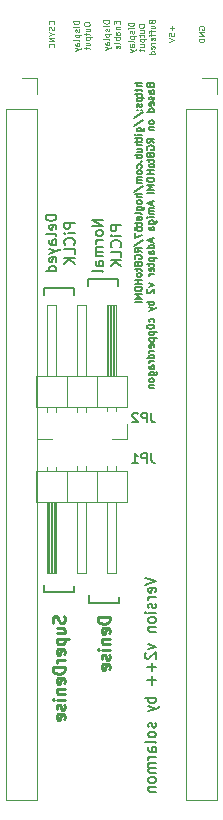
<source format=gbr>
G04 #@! TF.GenerationSoftware,KiCad,Pcbnew,(5.1.9)-1*
G04 #@! TF.CreationDate,2021-03-21T08:29:29+00:00*
G04 #@! TF.ProjectId,RGBtoHDMI Amiga Denise - v2++ by solarmon,52474274-6f48-4444-9d49-20416d696761,v2++*
G04 #@! TF.SameCoordinates,Original*
G04 #@! TF.FileFunction,Legend,Bot*
G04 #@! TF.FilePolarity,Positive*
%FSLAX46Y46*%
G04 Gerber Fmt 4.6, Leading zero omitted, Abs format (unit mm)*
G04 Created by KiCad (PCBNEW (5.1.9)-1) date 2021-03-21 08:29:29*
%MOMM*%
%LPD*%
G01*
G04 APERTURE LIST*
%ADD10C,0.125000*%
%ADD11C,0.150000*%
%ADD12C,0.200000*%
%ADD13C,0.187500*%
%ADD14C,0.250000*%
%ADD15C,0.120000*%
G04 APERTURE END LIST*
D10*
X134370000Y-55499047D02*
X134346190Y-55451428D01*
X134346190Y-55380000D01*
X134370000Y-55308571D01*
X134417619Y-55260952D01*
X134465238Y-55237142D01*
X134560476Y-55213333D01*
X134631904Y-55213333D01*
X134727142Y-55237142D01*
X134774761Y-55260952D01*
X134822380Y-55308571D01*
X134846190Y-55380000D01*
X134846190Y-55427619D01*
X134822380Y-55499047D01*
X134798571Y-55522857D01*
X134631904Y-55522857D01*
X134631904Y-55427619D01*
X134846190Y-55737142D02*
X134346190Y-55737142D01*
X134846190Y-56022857D01*
X134346190Y-56022857D01*
X134846190Y-56260952D02*
X134346190Y-56260952D01*
X134346190Y-56380000D01*
X134370000Y-56451428D01*
X134417619Y-56499047D01*
X134465238Y-56522857D01*
X134560476Y-56546666D01*
X134631904Y-56546666D01*
X134727142Y-56522857D01*
X134774761Y-56499047D01*
X134822380Y-56451428D01*
X134846190Y-56380000D01*
X134846190Y-56260952D01*
X132115714Y-55173642D02*
X132115714Y-55554595D01*
X132306190Y-55364119D02*
X131925238Y-55364119D01*
X131806190Y-56030785D02*
X131806190Y-55792690D01*
X132044285Y-55768880D01*
X132020476Y-55792690D01*
X131996666Y-55840309D01*
X131996666Y-55959357D01*
X132020476Y-56006976D01*
X132044285Y-56030785D01*
X132091904Y-56054595D01*
X132210952Y-56054595D01*
X132258571Y-56030785D01*
X132282380Y-56006976D01*
X132306190Y-55959357D01*
X132306190Y-55840309D01*
X132282380Y-55792690D01*
X132258571Y-55768880D01*
X131806190Y-56197452D02*
X132306190Y-56364119D01*
X131806190Y-56530785D01*
X128891190Y-54907809D02*
X128391190Y-54907809D01*
X128391190Y-55026857D01*
X128415000Y-55098285D01*
X128462619Y-55145904D01*
X128510238Y-55169714D01*
X128605476Y-55193523D01*
X128676904Y-55193523D01*
X128772142Y-55169714D01*
X128819761Y-55145904D01*
X128867380Y-55098285D01*
X128891190Y-55026857D01*
X128891190Y-54907809D01*
X128891190Y-55407809D02*
X128557857Y-55407809D01*
X128391190Y-55407809D02*
X128415000Y-55384000D01*
X128438809Y-55407809D01*
X128415000Y-55431619D01*
X128391190Y-55407809D01*
X128438809Y-55407809D01*
X128867380Y-55622095D02*
X128891190Y-55669714D01*
X128891190Y-55764952D01*
X128867380Y-55812571D01*
X128819761Y-55836380D01*
X128795952Y-55836380D01*
X128748333Y-55812571D01*
X128724523Y-55764952D01*
X128724523Y-55693523D01*
X128700714Y-55645904D01*
X128653095Y-55622095D01*
X128629285Y-55622095D01*
X128581666Y-55645904D01*
X128557857Y-55693523D01*
X128557857Y-55764952D01*
X128581666Y-55812571D01*
X128557857Y-56050666D02*
X129057857Y-56050666D01*
X128581666Y-56050666D02*
X128557857Y-56098285D01*
X128557857Y-56193523D01*
X128581666Y-56241142D01*
X128605476Y-56264952D01*
X128653095Y-56288761D01*
X128795952Y-56288761D01*
X128843571Y-56264952D01*
X128867380Y-56241142D01*
X128891190Y-56193523D01*
X128891190Y-56098285D01*
X128867380Y-56050666D01*
X128891190Y-56574476D02*
X128867380Y-56526857D01*
X128819761Y-56503047D01*
X128391190Y-56503047D01*
X128891190Y-56979238D02*
X128629285Y-56979238D01*
X128581666Y-56955428D01*
X128557857Y-56907809D01*
X128557857Y-56812571D01*
X128581666Y-56764952D01*
X128867380Y-56979238D02*
X128891190Y-56931619D01*
X128891190Y-56812571D01*
X128867380Y-56764952D01*
X128819761Y-56741142D01*
X128772142Y-56741142D01*
X128724523Y-56764952D01*
X128700714Y-56812571D01*
X128700714Y-56931619D01*
X128676904Y-56979238D01*
X128557857Y-57169714D02*
X128891190Y-57288761D01*
X128557857Y-57407809D02*
X128891190Y-57288761D01*
X129010238Y-57241142D01*
X129034047Y-57217333D01*
X129057857Y-57169714D01*
X129266190Y-55122095D02*
X129266190Y-55217333D01*
X129290000Y-55264952D01*
X129337619Y-55312571D01*
X129432857Y-55336380D01*
X129599523Y-55336380D01*
X129694761Y-55312571D01*
X129742380Y-55264952D01*
X129766190Y-55217333D01*
X129766190Y-55122095D01*
X129742380Y-55074476D01*
X129694761Y-55026857D01*
X129599523Y-55003047D01*
X129432857Y-55003047D01*
X129337619Y-55026857D01*
X129290000Y-55074476D01*
X129266190Y-55122095D01*
X129432857Y-55764952D02*
X129766190Y-55764952D01*
X129432857Y-55550666D02*
X129694761Y-55550666D01*
X129742380Y-55574476D01*
X129766190Y-55622095D01*
X129766190Y-55693523D01*
X129742380Y-55741142D01*
X129718571Y-55764952D01*
X129432857Y-55931619D02*
X129432857Y-56122095D01*
X129266190Y-56003047D02*
X129694761Y-56003047D01*
X129742380Y-56026857D01*
X129766190Y-56074476D01*
X129766190Y-56122095D01*
X129432857Y-56288761D02*
X129932857Y-56288761D01*
X129456666Y-56288761D02*
X129432857Y-56336380D01*
X129432857Y-56431619D01*
X129456666Y-56479238D01*
X129480476Y-56503047D01*
X129528095Y-56526857D01*
X129670952Y-56526857D01*
X129718571Y-56503047D01*
X129742380Y-56479238D01*
X129766190Y-56431619D01*
X129766190Y-56336380D01*
X129742380Y-56288761D01*
X129432857Y-56955428D02*
X129766190Y-56955428D01*
X129432857Y-56741142D02*
X129694761Y-56741142D01*
X129742380Y-56764952D01*
X129766190Y-56812571D01*
X129766190Y-56884000D01*
X129742380Y-56931619D01*
X129718571Y-56955428D01*
X129432857Y-57122095D02*
X129432857Y-57312571D01*
X129266190Y-57193523D02*
X129694761Y-57193523D01*
X129742380Y-57217333D01*
X129766190Y-57264952D01*
X129766190Y-57312571D01*
X130379285Y-54848285D02*
X130403095Y-54919714D01*
X130426904Y-54943523D01*
X130474523Y-54967333D01*
X130545952Y-54967333D01*
X130593571Y-54943523D01*
X130617380Y-54919714D01*
X130641190Y-54872095D01*
X130641190Y-54681619D01*
X130141190Y-54681619D01*
X130141190Y-54848285D01*
X130165000Y-54895904D01*
X130188809Y-54919714D01*
X130236428Y-54943523D01*
X130284047Y-54943523D01*
X130331666Y-54919714D01*
X130355476Y-54895904D01*
X130379285Y-54848285D01*
X130379285Y-54681619D01*
X130307857Y-55395904D02*
X130641190Y-55395904D01*
X130307857Y-55181619D02*
X130569761Y-55181619D01*
X130617380Y-55205428D01*
X130641190Y-55253047D01*
X130641190Y-55324476D01*
X130617380Y-55372095D01*
X130593571Y-55395904D01*
X130307857Y-55562571D02*
X130307857Y-55753047D01*
X130641190Y-55634000D02*
X130212619Y-55634000D01*
X130165000Y-55657809D01*
X130141190Y-55705428D01*
X130141190Y-55753047D01*
X130307857Y-55848285D02*
X130307857Y-56038761D01*
X130641190Y-55919714D02*
X130212619Y-55919714D01*
X130165000Y-55943523D01*
X130141190Y-55991142D01*
X130141190Y-56038761D01*
X130617380Y-56395904D02*
X130641190Y-56348285D01*
X130641190Y-56253047D01*
X130617380Y-56205428D01*
X130569761Y-56181619D01*
X130379285Y-56181619D01*
X130331666Y-56205428D01*
X130307857Y-56253047D01*
X130307857Y-56348285D01*
X130331666Y-56395904D01*
X130379285Y-56419714D01*
X130426904Y-56419714D01*
X130474523Y-56181619D01*
X130641190Y-56634000D02*
X130307857Y-56634000D01*
X130403095Y-56634000D02*
X130355476Y-56657809D01*
X130331666Y-56681619D01*
X130307857Y-56729238D01*
X130307857Y-56776857D01*
X130617380Y-57134000D02*
X130641190Y-57086380D01*
X130641190Y-56991142D01*
X130617380Y-56943523D01*
X130569761Y-56919714D01*
X130379285Y-56919714D01*
X130331666Y-56943523D01*
X130307857Y-56991142D01*
X130307857Y-57086380D01*
X130331666Y-57134000D01*
X130379285Y-57157809D01*
X130426904Y-57157809D01*
X130474523Y-56919714D01*
X130641190Y-57586380D02*
X130141190Y-57586380D01*
X130617380Y-57586380D02*
X130641190Y-57538761D01*
X130641190Y-57443523D01*
X130617380Y-57395904D01*
X130593571Y-57372095D01*
X130545952Y-57348285D01*
X130403095Y-57348285D01*
X130355476Y-57372095D01*
X130331666Y-57395904D01*
X130307857Y-57443523D01*
X130307857Y-57538761D01*
X130331666Y-57586380D01*
X126788690Y-54717309D02*
X126288690Y-54717309D01*
X126288690Y-54836357D01*
X126312500Y-54907785D01*
X126360119Y-54955404D01*
X126407738Y-54979214D01*
X126502976Y-55003023D01*
X126574404Y-55003023D01*
X126669642Y-54979214D01*
X126717261Y-54955404D01*
X126764880Y-54907785D01*
X126788690Y-54836357D01*
X126788690Y-54717309D01*
X126788690Y-55217309D02*
X126455357Y-55217309D01*
X126288690Y-55217309D02*
X126312500Y-55193500D01*
X126336309Y-55217309D01*
X126312500Y-55241119D01*
X126288690Y-55217309D01*
X126336309Y-55217309D01*
X126764880Y-55431595D02*
X126788690Y-55479214D01*
X126788690Y-55574452D01*
X126764880Y-55622071D01*
X126717261Y-55645880D01*
X126693452Y-55645880D01*
X126645833Y-55622071D01*
X126622023Y-55574452D01*
X126622023Y-55503023D01*
X126598214Y-55455404D01*
X126550595Y-55431595D01*
X126526785Y-55431595D01*
X126479166Y-55455404D01*
X126455357Y-55503023D01*
X126455357Y-55574452D01*
X126479166Y-55622071D01*
X126455357Y-55860166D02*
X126955357Y-55860166D01*
X126479166Y-55860166D02*
X126455357Y-55907785D01*
X126455357Y-56003023D01*
X126479166Y-56050642D01*
X126502976Y-56074452D01*
X126550595Y-56098261D01*
X126693452Y-56098261D01*
X126741071Y-56074452D01*
X126764880Y-56050642D01*
X126788690Y-56003023D01*
X126788690Y-55907785D01*
X126764880Y-55860166D01*
X126788690Y-56383976D02*
X126764880Y-56336357D01*
X126717261Y-56312547D01*
X126288690Y-56312547D01*
X126788690Y-56788738D02*
X126526785Y-56788738D01*
X126479166Y-56764928D01*
X126455357Y-56717309D01*
X126455357Y-56622071D01*
X126479166Y-56574452D01*
X126764880Y-56788738D02*
X126788690Y-56741119D01*
X126788690Y-56622071D01*
X126764880Y-56574452D01*
X126717261Y-56550642D01*
X126669642Y-56550642D01*
X126622023Y-56574452D01*
X126598214Y-56622071D01*
X126598214Y-56741119D01*
X126574404Y-56788738D01*
X126455357Y-56979214D02*
X126788690Y-57098261D01*
X126455357Y-57217309D02*
X126788690Y-57098261D01*
X126907738Y-57050642D01*
X126931547Y-57026833D01*
X126955357Y-56979214D01*
X127401785Y-54812547D02*
X127401785Y-54979214D01*
X127663690Y-55050642D02*
X127663690Y-54812547D01*
X127163690Y-54812547D01*
X127163690Y-55050642D01*
X127330357Y-55264928D02*
X127663690Y-55264928D01*
X127377976Y-55264928D02*
X127354166Y-55288738D01*
X127330357Y-55336357D01*
X127330357Y-55407785D01*
X127354166Y-55455404D01*
X127401785Y-55479214D01*
X127663690Y-55479214D01*
X127663690Y-55931595D02*
X127401785Y-55931595D01*
X127354166Y-55907785D01*
X127330357Y-55860166D01*
X127330357Y-55764928D01*
X127354166Y-55717309D01*
X127639880Y-55931595D02*
X127663690Y-55883976D01*
X127663690Y-55764928D01*
X127639880Y-55717309D01*
X127592261Y-55693500D01*
X127544642Y-55693500D01*
X127497023Y-55717309D01*
X127473214Y-55764928D01*
X127473214Y-55883976D01*
X127449404Y-55931595D01*
X127663690Y-56169690D02*
X127163690Y-56169690D01*
X127354166Y-56169690D02*
X127330357Y-56217309D01*
X127330357Y-56312547D01*
X127354166Y-56360166D01*
X127377976Y-56383976D01*
X127425595Y-56407785D01*
X127568452Y-56407785D01*
X127616071Y-56383976D01*
X127639880Y-56360166D01*
X127663690Y-56312547D01*
X127663690Y-56217309D01*
X127639880Y-56169690D01*
X127663690Y-56693500D02*
X127639880Y-56645880D01*
X127592261Y-56622071D01*
X127163690Y-56622071D01*
X127639880Y-57074452D02*
X127663690Y-57026833D01*
X127663690Y-56931595D01*
X127639880Y-56883976D01*
X127592261Y-56860166D01*
X127401785Y-56860166D01*
X127354166Y-56883976D01*
X127330357Y-56931595D01*
X127330357Y-57026833D01*
X127354166Y-57074452D01*
X127401785Y-57098261D01*
X127449404Y-57098261D01*
X127497023Y-56860166D01*
X124248690Y-54780809D02*
X123748690Y-54780809D01*
X123748690Y-54899857D01*
X123772500Y-54971285D01*
X123820119Y-55018904D01*
X123867738Y-55042714D01*
X123962976Y-55066523D01*
X124034404Y-55066523D01*
X124129642Y-55042714D01*
X124177261Y-55018904D01*
X124224880Y-54971285D01*
X124248690Y-54899857D01*
X124248690Y-54780809D01*
X124248690Y-55280809D02*
X123915357Y-55280809D01*
X123748690Y-55280809D02*
X123772500Y-55257000D01*
X123796309Y-55280809D01*
X123772500Y-55304619D01*
X123748690Y-55280809D01*
X123796309Y-55280809D01*
X124224880Y-55495095D02*
X124248690Y-55542714D01*
X124248690Y-55637952D01*
X124224880Y-55685571D01*
X124177261Y-55709380D01*
X124153452Y-55709380D01*
X124105833Y-55685571D01*
X124082023Y-55637952D01*
X124082023Y-55566523D01*
X124058214Y-55518904D01*
X124010595Y-55495095D01*
X123986785Y-55495095D01*
X123939166Y-55518904D01*
X123915357Y-55566523D01*
X123915357Y-55637952D01*
X123939166Y-55685571D01*
X123915357Y-55923666D02*
X124415357Y-55923666D01*
X123939166Y-55923666D02*
X123915357Y-55971285D01*
X123915357Y-56066523D01*
X123939166Y-56114142D01*
X123962976Y-56137952D01*
X124010595Y-56161761D01*
X124153452Y-56161761D01*
X124201071Y-56137952D01*
X124224880Y-56114142D01*
X124248690Y-56066523D01*
X124248690Y-55971285D01*
X124224880Y-55923666D01*
X124248690Y-56447476D02*
X124224880Y-56399857D01*
X124177261Y-56376047D01*
X123748690Y-56376047D01*
X124248690Y-56852238D02*
X123986785Y-56852238D01*
X123939166Y-56828428D01*
X123915357Y-56780809D01*
X123915357Y-56685571D01*
X123939166Y-56637952D01*
X124224880Y-56852238D02*
X124248690Y-56804619D01*
X124248690Y-56685571D01*
X124224880Y-56637952D01*
X124177261Y-56614142D01*
X124129642Y-56614142D01*
X124082023Y-56637952D01*
X124058214Y-56685571D01*
X124058214Y-56804619D01*
X124034404Y-56852238D01*
X123915357Y-57042714D02*
X124248690Y-57161761D01*
X123915357Y-57280809D02*
X124248690Y-57161761D01*
X124367738Y-57114142D01*
X124391547Y-57090333D01*
X124415357Y-57042714D01*
X124623690Y-54995095D02*
X124623690Y-55090333D01*
X124647500Y-55137952D01*
X124695119Y-55185571D01*
X124790357Y-55209380D01*
X124957023Y-55209380D01*
X125052261Y-55185571D01*
X125099880Y-55137952D01*
X125123690Y-55090333D01*
X125123690Y-54995095D01*
X125099880Y-54947476D01*
X125052261Y-54899857D01*
X124957023Y-54876047D01*
X124790357Y-54876047D01*
X124695119Y-54899857D01*
X124647500Y-54947476D01*
X124623690Y-54995095D01*
X124790357Y-55637952D02*
X125123690Y-55637952D01*
X124790357Y-55423666D02*
X125052261Y-55423666D01*
X125099880Y-55447476D01*
X125123690Y-55495095D01*
X125123690Y-55566523D01*
X125099880Y-55614142D01*
X125076071Y-55637952D01*
X124790357Y-55804619D02*
X124790357Y-55995095D01*
X124623690Y-55876047D02*
X125052261Y-55876047D01*
X125099880Y-55899857D01*
X125123690Y-55947476D01*
X125123690Y-55995095D01*
X124790357Y-56161761D02*
X125290357Y-56161761D01*
X124814166Y-56161761D02*
X124790357Y-56209380D01*
X124790357Y-56304619D01*
X124814166Y-56352238D01*
X124837976Y-56376047D01*
X124885595Y-56399857D01*
X125028452Y-56399857D01*
X125076071Y-56376047D01*
X125099880Y-56352238D01*
X125123690Y-56304619D01*
X125123690Y-56209380D01*
X125099880Y-56161761D01*
X124790357Y-56828428D02*
X125123690Y-56828428D01*
X124790357Y-56614142D02*
X125052261Y-56614142D01*
X125099880Y-56637952D01*
X125123690Y-56685571D01*
X125123690Y-56757000D01*
X125099880Y-56804619D01*
X125076071Y-56828428D01*
X124790357Y-56995095D02*
X124790357Y-57185571D01*
X124623690Y-57066523D02*
X125052261Y-57066523D01*
X125099880Y-57090333D01*
X125123690Y-57137952D01*
X125123690Y-57185571D01*
X122098571Y-55070476D02*
X122122380Y-55046666D01*
X122146190Y-54975238D01*
X122146190Y-54927619D01*
X122122380Y-54856190D01*
X122074761Y-54808571D01*
X122027142Y-54784761D01*
X121931904Y-54760952D01*
X121860476Y-54760952D01*
X121765238Y-54784761D01*
X121717619Y-54808571D01*
X121670000Y-54856190D01*
X121646190Y-54927619D01*
X121646190Y-54975238D01*
X121670000Y-55046666D01*
X121693809Y-55070476D01*
X122122380Y-55260952D02*
X122146190Y-55332380D01*
X122146190Y-55451428D01*
X122122380Y-55499047D01*
X122098571Y-55522857D01*
X122050952Y-55546666D01*
X122003333Y-55546666D01*
X121955714Y-55522857D01*
X121931904Y-55499047D01*
X121908095Y-55451428D01*
X121884285Y-55356190D01*
X121860476Y-55308571D01*
X121836666Y-55284761D01*
X121789047Y-55260952D01*
X121741428Y-55260952D01*
X121693809Y-55284761D01*
X121670000Y-55308571D01*
X121646190Y-55356190D01*
X121646190Y-55475238D01*
X121670000Y-55546666D01*
X121908095Y-55856190D02*
X122146190Y-55856190D01*
X121646190Y-55689523D02*
X121908095Y-55856190D01*
X121646190Y-56022857D01*
X122146190Y-56189523D02*
X121646190Y-56189523D01*
X122146190Y-56475238D01*
X121646190Y-56475238D01*
X122098571Y-56999047D02*
X122122380Y-56975238D01*
X122146190Y-56903809D01*
X122146190Y-56856190D01*
X122122380Y-56784761D01*
X122074761Y-56737142D01*
X122027142Y-56713333D01*
X121931904Y-56689523D01*
X121860476Y-56689523D01*
X121765238Y-56713333D01*
X121717619Y-56737142D01*
X121670000Y-56784761D01*
X121646190Y-56856190D01*
X121646190Y-56903809D01*
X121670000Y-56975238D01*
X121693809Y-56999047D01*
D11*
X129809142Y-101910214D02*
X130709142Y-102210214D01*
X129809142Y-102510214D01*
X130666285Y-103153071D02*
X130709142Y-103067357D01*
X130709142Y-102895928D01*
X130666285Y-102810214D01*
X130580571Y-102767357D01*
X130237714Y-102767357D01*
X130152000Y-102810214D01*
X130109142Y-102895928D01*
X130109142Y-103067357D01*
X130152000Y-103153071D01*
X130237714Y-103195928D01*
X130323428Y-103195928D01*
X130409142Y-102767357D01*
X130709142Y-103581642D02*
X130109142Y-103581642D01*
X130280571Y-103581642D02*
X130194857Y-103624500D01*
X130152000Y-103667357D01*
X130109142Y-103753071D01*
X130109142Y-103838785D01*
X130666285Y-104095928D02*
X130709142Y-104181642D01*
X130709142Y-104353071D01*
X130666285Y-104438785D01*
X130580571Y-104481642D01*
X130537714Y-104481642D01*
X130452000Y-104438785D01*
X130409142Y-104353071D01*
X130409142Y-104224500D01*
X130366285Y-104138785D01*
X130280571Y-104095928D01*
X130237714Y-104095928D01*
X130152000Y-104138785D01*
X130109142Y-104224500D01*
X130109142Y-104353071D01*
X130152000Y-104438785D01*
X130709142Y-104867357D02*
X130109142Y-104867357D01*
X129809142Y-104867357D02*
X129852000Y-104824500D01*
X129894857Y-104867357D01*
X129852000Y-104910214D01*
X129809142Y-104867357D01*
X129894857Y-104867357D01*
X130709142Y-105424500D02*
X130666285Y-105338785D01*
X130623428Y-105295928D01*
X130537714Y-105253071D01*
X130280571Y-105253071D01*
X130194857Y-105295928D01*
X130152000Y-105338785D01*
X130109142Y-105424500D01*
X130109142Y-105553071D01*
X130152000Y-105638785D01*
X130194857Y-105681642D01*
X130280571Y-105724500D01*
X130537714Y-105724500D01*
X130623428Y-105681642D01*
X130666285Y-105638785D01*
X130709142Y-105553071D01*
X130709142Y-105424500D01*
X130109142Y-106110214D02*
X130709142Y-106110214D01*
X130194857Y-106110214D02*
X130152000Y-106153071D01*
X130109142Y-106238785D01*
X130109142Y-106367357D01*
X130152000Y-106453071D01*
X130237714Y-106495928D01*
X130709142Y-106495928D01*
X130109142Y-107524500D02*
X130709142Y-107738785D01*
X130109142Y-107953071D01*
X129894857Y-108253071D02*
X129852000Y-108295928D01*
X129809142Y-108381642D01*
X129809142Y-108595928D01*
X129852000Y-108681642D01*
X129894857Y-108724500D01*
X129980571Y-108767357D01*
X130066285Y-108767357D01*
X130194857Y-108724500D01*
X130709142Y-108210214D01*
X130709142Y-108767357D01*
X130366285Y-109153071D02*
X130366285Y-109838785D01*
X130709142Y-109495928D02*
X130023428Y-109495928D01*
X130366285Y-110267357D02*
X130366285Y-110953071D01*
X130709142Y-110610214D02*
X130023428Y-110610214D01*
X130709142Y-112067357D02*
X129809142Y-112067357D01*
X130152000Y-112067357D02*
X130109142Y-112153071D01*
X130109142Y-112324500D01*
X130152000Y-112410214D01*
X130194857Y-112453071D01*
X130280571Y-112495928D01*
X130537714Y-112495928D01*
X130623428Y-112453071D01*
X130666285Y-112410214D01*
X130709142Y-112324500D01*
X130709142Y-112153071D01*
X130666285Y-112067357D01*
X130109142Y-112795928D02*
X130709142Y-113010214D01*
X130109142Y-113224500D02*
X130709142Y-113010214D01*
X130923428Y-112924500D01*
X130966285Y-112881642D01*
X131009142Y-112795928D01*
X130666285Y-114210214D02*
X130709142Y-114295928D01*
X130709142Y-114467357D01*
X130666285Y-114553071D01*
X130580571Y-114595928D01*
X130537714Y-114595928D01*
X130452000Y-114553071D01*
X130409142Y-114467357D01*
X130409142Y-114338785D01*
X130366285Y-114253071D01*
X130280571Y-114210214D01*
X130237714Y-114210214D01*
X130152000Y-114253071D01*
X130109142Y-114338785D01*
X130109142Y-114467357D01*
X130152000Y-114553071D01*
X130709142Y-115110214D02*
X130666285Y-115024500D01*
X130623428Y-114981642D01*
X130537714Y-114938785D01*
X130280571Y-114938785D01*
X130194857Y-114981642D01*
X130152000Y-115024500D01*
X130109142Y-115110214D01*
X130109142Y-115238785D01*
X130152000Y-115324500D01*
X130194857Y-115367357D01*
X130280571Y-115410214D01*
X130537714Y-115410214D01*
X130623428Y-115367357D01*
X130666285Y-115324500D01*
X130709142Y-115238785D01*
X130709142Y-115110214D01*
X130709142Y-115924500D02*
X130666285Y-115838785D01*
X130580571Y-115795928D01*
X129809142Y-115795928D01*
X130709142Y-116653071D02*
X130237714Y-116653071D01*
X130152000Y-116610214D01*
X130109142Y-116524500D01*
X130109142Y-116353071D01*
X130152000Y-116267357D01*
X130666285Y-116653071D02*
X130709142Y-116567357D01*
X130709142Y-116353071D01*
X130666285Y-116267357D01*
X130580571Y-116224500D01*
X130494857Y-116224500D01*
X130409142Y-116267357D01*
X130366285Y-116353071D01*
X130366285Y-116567357D01*
X130323428Y-116653071D01*
X130709142Y-117081642D02*
X130109142Y-117081642D01*
X130280571Y-117081642D02*
X130194857Y-117124500D01*
X130152000Y-117167357D01*
X130109142Y-117253071D01*
X130109142Y-117338785D01*
X130709142Y-117638785D02*
X130109142Y-117638785D01*
X130194857Y-117638785D02*
X130152000Y-117681642D01*
X130109142Y-117767357D01*
X130109142Y-117895928D01*
X130152000Y-117981642D01*
X130237714Y-118024500D01*
X130709142Y-118024500D01*
X130237714Y-118024500D02*
X130152000Y-118067357D01*
X130109142Y-118153071D01*
X130109142Y-118281642D01*
X130152000Y-118367357D01*
X130237714Y-118410214D01*
X130709142Y-118410214D01*
X130709142Y-118967357D02*
X130666285Y-118881642D01*
X130623428Y-118838785D01*
X130537714Y-118795928D01*
X130280571Y-118795928D01*
X130194857Y-118838785D01*
X130152000Y-118881642D01*
X130109142Y-118967357D01*
X130109142Y-119095928D01*
X130152000Y-119181642D01*
X130194857Y-119224500D01*
X130280571Y-119267357D01*
X130537714Y-119267357D01*
X130623428Y-119224500D01*
X130666285Y-119181642D01*
X130709142Y-119095928D01*
X130709142Y-118967357D01*
X130109142Y-119653071D02*
X130709142Y-119653071D01*
X130194857Y-119653071D02*
X130152000Y-119695928D01*
X130109142Y-119781642D01*
X130109142Y-119910214D01*
X130152000Y-119995928D01*
X130237714Y-120038785D01*
X130709142Y-120038785D01*
D12*
X127508000Y-77216000D02*
X127508000Y-76581000D01*
X124968000Y-77216000D02*
X124968000Y-76581000D01*
X123825000Y-77978000D02*
X123825000Y-77343000D01*
X121285000Y-77978000D02*
X121285000Y-77343000D01*
X124968000Y-76581000D02*
X127508000Y-76581000D01*
X121285000Y-77343000D02*
X123825000Y-77343000D01*
D13*
X122320392Y-71172715D02*
X121420392Y-71172715D01*
X121420392Y-71387000D01*
X121463250Y-71515572D01*
X121548964Y-71601286D01*
X121634678Y-71644143D01*
X121806107Y-71687000D01*
X121934678Y-71687000D01*
X122106107Y-71644143D01*
X122191821Y-71601286D01*
X122277535Y-71515572D01*
X122320392Y-71387000D01*
X122320392Y-71172715D01*
X122277535Y-72415572D02*
X122320392Y-72329857D01*
X122320392Y-72158429D01*
X122277535Y-72072715D01*
X122191821Y-72029857D01*
X121848964Y-72029857D01*
X121763250Y-72072715D01*
X121720392Y-72158429D01*
X121720392Y-72329857D01*
X121763250Y-72415572D01*
X121848964Y-72458429D01*
X121934678Y-72458429D01*
X122020392Y-72029857D01*
X122320392Y-72972715D02*
X122277535Y-72887000D01*
X122191821Y-72844143D01*
X121420392Y-72844143D01*
X122320392Y-73701286D02*
X121848964Y-73701286D01*
X121763250Y-73658429D01*
X121720392Y-73572715D01*
X121720392Y-73401286D01*
X121763250Y-73315572D01*
X122277535Y-73701286D02*
X122320392Y-73615572D01*
X122320392Y-73401286D01*
X122277535Y-73315572D01*
X122191821Y-73272715D01*
X122106107Y-73272715D01*
X122020392Y-73315572D01*
X121977535Y-73401286D01*
X121977535Y-73615572D01*
X121934678Y-73701286D01*
X121720392Y-74044143D02*
X122320392Y-74258429D01*
X121720392Y-74472715D02*
X122320392Y-74258429D01*
X122534678Y-74172715D01*
X122577535Y-74129857D01*
X122620392Y-74044143D01*
X122277535Y-75158429D02*
X122320392Y-75072715D01*
X122320392Y-74901286D01*
X122277535Y-74815572D01*
X122191821Y-74772715D01*
X121848964Y-74772715D01*
X121763250Y-74815572D01*
X121720392Y-74901286D01*
X121720392Y-75072715D01*
X121763250Y-75158429D01*
X121848964Y-75201286D01*
X121934678Y-75201286D01*
X122020392Y-74772715D01*
X122320392Y-75972715D02*
X121420392Y-75972715D01*
X122277535Y-75972715D02*
X122320392Y-75887000D01*
X122320392Y-75715572D01*
X122277535Y-75629857D01*
X122234678Y-75587000D01*
X122148964Y-75544143D01*
X121891821Y-75544143D01*
X121806107Y-75587000D01*
X121763250Y-75629857D01*
X121720392Y-75715572D01*
X121720392Y-75887000D01*
X121763250Y-75972715D01*
X123857892Y-71858429D02*
X122957892Y-71858429D01*
X122957892Y-72201286D01*
X123000750Y-72287000D01*
X123043607Y-72329857D01*
X123129321Y-72372715D01*
X123257892Y-72372715D01*
X123343607Y-72329857D01*
X123386464Y-72287000D01*
X123429321Y-72201286D01*
X123429321Y-71858429D01*
X123857892Y-72758429D02*
X123257892Y-72758429D01*
X122957892Y-72758429D02*
X123000750Y-72715572D01*
X123043607Y-72758429D01*
X123000750Y-72801286D01*
X122957892Y-72758429D01*
X123043607Y-72758429D01*
X123772178Y-73701286D02*
X123815035Y-73658429D01*
X123857892Y-73529857D01*
X123857892Y-73444143D01*
X123815035Y-73315572D01*
X123729321Y-73229857D01*
X123643607Y-73187000D01*
X123472178Y-73144143D01*
X123343607Y-73144143D01*
X123172178Y-73187000D01*
X123086464Y-73229857D01*
X123000750Y-73315572D01*
X122957892Y-73444143D01*
X122957892Y-73529857D01*
X123000750Y-73658429D01*
X123043607Y-73701286D01*
X123857892Y-74515572D02*
X123857892Y-74087000D01*
X122957892Y-74087000D01*
X123857892Y-74815572D02*
X122957892Y-74815572D01*
X123857892Y-75329857D02*
X123343607Y-74944143D01*
X122957892Y-75329857D02*
X123472178Y-74815572D01*
X126257392Y-71601285D02*
X125357392Y-71601285D01*
X126257392Y-72115571D01*
X125357392Y-72115571D01*
X126257392Y-72672714D02*
X126214535Y-72587000D01*
X126171678Y-72544142D01*
X126085964Y-72501285D01*
X125828821Y-72501285D01*
X125743107Y-72544142D01*
X125700250Y-72587000D01*
X125657392Y-72672714D01*
X125657392Y-72801285D01*
X125700250Y-72887000D01*
X125743107Y-72929857D01*
X125828821Y-72972714D01*
X126085964Y-72972714D01*
X126171678Y-72929857D01*
X126214535Y-72887000D01*
X126257392Y-72801285D01*
X126257392Y-72672714D01*
X126257392Y-73358428D02*
X125657392Y-73358428D01*
X125828821Y-73358428D02*
X125743107Y-73401285D01*
X125700250Y-73444142D01*
X125657392Y-73529857D01*
X125657392Y-73615571D01*
X126257392Y-73915571D02*
X125657392Y-73915571D01*
X125743107Y-73915571D02*
X125700250Y-73958428D01*
X125657392Y-74044142D01*
X125657392Y-74172714D01*
X125700250Y-74258428D01*
X125785964Y-74301285D01*
X126257392Y-74301285D01*
X125785964Y-74301285D02*
X125700250Y-74344142D01*
X125657392Y-74429857D01*
X125657392Y-74558428D01*
X125700250Y-74644142D01*
X125785964Y-74687000D01*
X126257392Y-74687000D01*
X126257392Y-75501285D02*
X125785964Y-75501285D01*
X125700250Y-75458428D01*
X125657392Y-75372714D01*
X125657392Y-75201285D01*
X125700250Y-75115571D01*
X126214535Y-75501285D02*
X126257392Y-75415571D01*
X126257392Y-75201285D01*
X126214535Y-75115571D01*
X126128821Y-75072714D01*
X126043107Y-75072714D01*
X125957392Y-75115571D01*
X125914535Y-75201285D01*
X125914535Y-75415571D01*
X125871678Y-75501285D01*
X126257392Y-76058428D02*
X126214535Y-75972714D01*
X126128821Y-75929857D01*
X125357392Y-75929857D01*
X127794892Y-72072714D02*
X126894892Y-72072714D01*
X126894892Y-72415571D01*
X126937750Y-72501285D01*
X126980607Y-72544142D01*
X127066321Y-72587000D01*
X127194892Y-72587000D01*
X127280607Y-72544142D01*
X127323464Y-72501285D01*
X127366321Y-72415571D01*
X127366321Y-72072714D01*
X127794892Y-72972714D02*
X127194892Y-72972714D01*
X126894892Y-72972714D02*
X126937750Y-72929857D01*
X126980607Y-72972714D01*
X126937750Y-73015571D01*
X126894892Y-72972714D01*
X126980607Y-72972714D01*
X127709178Y-73915571D02*
X127752035Y-73872714D01*
X127794892Y-73744142D01*
X127794892Y-73658428D01*
X127752035Y-73529857D01*
X127666321Y-73444142D01*
X127580607Y-73401285D01*
X127409178Y-73358428D01*
X127280607Y-73358428D01*
X127109178Y-73401285D01*
X127023464Y-73444142D01*
X126937750Y-73529857D01*
X126894892Y-73658428D01*
X126894892Y-73744142D01*
X126937750Y-73872714D01*
X126980607Y-73915571D01*
X127794892Y-74729857D02*
X127794892Y-74301285D01*
X126894892Y-74301285D01*
X127794892Y-75029857D02*
X126894892Y-75029857D01*
X127794892Y-75544142D02*
X127280607Y-75158428D01*
X126894892Y-75544142D02*
X127409178Y-75029857D01*
D12*
X121285000Y-103124000D02*
X123825000Y-103124000D01*
X123825000Y-102616000D02*
X123825000Y-103124000D01*
X121285000Y-103124000D02*
X121285000Y-102489000D01*
X127635000Y-103505000D02*
X127635000Y-104013000D01*
X125095000Y-104013000D02*
X127635000Y-104013000D01*
X125095000Y-104013000D02*
X125095000Y-103378000D01*
D14*
X122959761Y-105180095D02*
X123007380Y-105322952D01*
X123007380Y-105561048D01*
X122959761Y-105656286D01*
X122912142Y-105703905D01*
X122816904Y-105751524D01*
X122721666Y-105751524D01*
X122626428Y-105703905D01*
X122578809Y-105656286D01*
X122531190Y-105561048D01*
X122483571Y-105370571D01*
X122435952Y-105275333D01*
X122388333Y-105227714D01*
X122293095Y-105180095D01*
X122197857Y-105180095D01*
X122102619Y-105227714D01*
X122055000Y-105275333D01*
X122007380Y-105370571D01*
X122007380Y-105608667D01*
X122055000Y-105751524D01*
X122340714Y-106608667D02*
X123007380Y-106608667D01*
X122340714Y-106180095D02*
X122864523Y-106180095D01*
X122959761Y-106227714D01*
X123007380Y-106322952D01*
X123007380Y-106465809D01*
X122959761Y-106561048D01*
X122912142Y-106608667D01*
X122340714Y-107084857D02*
X123340714Y-107084857D01*
X122388333Y-107084857D02*
X122340714Y-107180095D01*
X122340714Y-107370571D01*
X122388333Y-107465809D01*
X122435952Y-107513428D01*
X122531190Y-107561048D01*
X122816904Y-107561048D01*
X122912142Y-107513428D01*
X122959761Y-107465809D01*
X123007380Y-107370571D01*
X123007380Y-107180095D01*
X122959761Y-107084857D01*
X122959761Y-108370571D02*
X123007380Y-108275333D01*
X123007380Y-108084857D01*
X122959761Y-107989619D01*
X122864523Y-107942000D01*
X122483571Y-107942000D01*
X122388333Y-107989619D01*
X122340714Y-108084857D01*
X122340714Y-108275333D01*
X122388333Y-108370571D01*
X122483571Y-108418190D01*
X122578809Y-108418190D01*
X122674047Y-107942000D01*
X123007380Y-108846762D02*
X122340714Y-108846762D01*
X122531190Y-108846762D02*
X122435952Y-108894381D01*
X122388333Y-108942000D01*
X122340714Y-109037238D01*
X122340714Y-109132476D01*
X123007380Y-109465809D02*
X122007380Y-109465809D01*
X122007380Y-109703905D01*
X122055000Y-109846762D01*
X122150238Y-109942000D01*
X122245476Y-109989619D01*
X122435952Y-110037238D01*
X122578809Y-110037238D01*
X122769285Y-109989619D01*
X122864523Y-109942000D01*
X122959761Y-109846762D01*
X123007380Y-109703905D01*
X123007380Y-109465809D01*
X122959761Y-110846762D02*
X123007380Y-110751524D01*
X123007380Y-110561048D01*
X122959761Y-110465809D01*
X122864523Y-110418190D01*
X122483571Y-110418190D01*
X122388333Y-110465809D01*
X122340714Y-110561048D01*
X122340714Y-110751524D01*
X122388333Y-110846762D01*
X122483571Y-110894381D01*
X122578809Y-110894381D01*
X122674047Y-110418190D01*
X122340714Y-111322952D02*
X123007380Y-111322952D01*
X122435952Y-111322952D02*
X122388333Y-111370571D01*
X122340714Y-111465809D01*
X122340714Y-111608667D01*
X122388333Y-111703905D01*
X122483571Y-111751524D01*
X123007380Y-111751524D01*
X123007380Y-112227714D02*
X122340714Y-112227714D01*
X122007380Y-112227714D02*
X122055000Y-112180095D01*
X122102619Y-112227714D01*
X122055000Y-112275333D01*
X122007380Y-112227714D01*
X122102619Y-112227714D01*
X122959761Y-112656286D02*
X123007380Y-112751524D01*
X123007380Y-112942000D01*
X122959761Y-113037238D01*
X122864523Y-113084857D01*
X122816904Y-113084857D01*
X122721666Y-113037238D01*
X122674047Y-112942000D01*
X122674047Y-112799143D01*
X122626428Y-112703905D01*
X122531190Y-112656286D01*
X122483571Y-112656286D01*
X122388333Y-112703905D01*
X122340714Y-112799143D01*
X122340714Y-112942000D01*
X122388333Y-113037238D01*
X122959761Y-113894381D02*
X123007380Y-113799143D01*
X123007380Y-113608667D01*
X122959761Y-113513428D01*
X122864523Y-113465809D01*
X122483571Y-113465809D01*
X122388333Y-113513428D01*
X122340714Y-113608667D01*
X122340714Y-113799143D01*
X122388333Y-113894381D01*
X122483571Y-113942000D01*
X122578809Y-113942000D01*
X122674047Y-113465809D01*
X126817380Y-105227714D02*
X125817380Y-105227714D01*
X125817380Y-105465809D01*
X125865000Y-105608666D01*
X125960238Y-105703904D01*
X126055476Y-105751523D01*
X126245952Y-105799142D01*
X126388809Y-105799142D01*
X126579285Y-105751523D01*
X126674523Y-105703904D01*
X126769761Y-105608666D01*
X126817380Y-105465809D01*
X126817380Y-105227714D01*
X126769761Y-106608666D02*
X126817380Y-106513428D01*
X126817380Y-106322952D01*
X126769761Y-106227714D01*
X126674523Y-106180095D01*
X126293571Y-106180095D01*
X126198333Y-106227714D01*
X126150714Y-106322952D01*
X126150714Y-106513428D01*
X126198333Y-106608666D01*
X126293571Y-106656285D01*
X126388809Y-106656285D01*
X126484047Y-106180095D01*
X126150714Y-107084857D02*
X126817380Y-107084857D01*
X126245952Y-107084857D02*
X126198333Y-107132476D01*
X126150714Y-107227714D01*
X126150714Y-107370571D01*
X126198333Y-107465809D01*
X126293571Y-107513428D01*
X126817380Y-107513428D01*
X126817380Y-107989619D02*
X126150714Y-107989619D01*
X125817380Y-107989619D02*
X125865000Y-107942000D01*
X125912619Y-107989619D01*
X125865000Y-108037238D01*
X125817380Y-107989619D01*
X125912619Y-107989619D01*
X126769761Y-108418190D02*
X126817380Y-108513428D01*
X126817380Y-108703904D01*
X126769761Y-108799142D01*
X126674523Y-108846761D01*
X126626904Y-108846761D01*
X126531666Y-108799142D01*
X126484047Y-108703904D01*
X126484047Y-108561047D01*
X126436428Y-108465809D01*
X126341190Y-108418190D01*
X126293571Y-108418190D01*
X126198333Y-108465809D01*
X126150714Y-108561047D01*
X126150714Y-108703904D01*
X126198333Y-108799142D01*
X126769761Y-109656285D02*
X126817380Y-109561047D01*
X126817380Y-109370571D01*
X126769761Y-109275333D01*
X126674523Y-109227714D01*
X126293571Y-109227714D01*
X126198333Y-109275333D01*
X126150714Y-109370571D01*
X126150714Y-109561047D01*
X126198333Y-109656285D01*
X126293571Y-109703904D01*
X126388809Y-109703904D01*
X126484047Y-109227714D01*
D11*
X129540428Y-60057357D02*
X128940428Y-60057357D01*
X129540428Y-60314500D02*
X129226142Y-60314500D01*
X129169000Y-60285928D01*
X129140428Y-60228785D01*
X129140428Y-60143071D01*
X129169000Y-60085928D01*
X129197571Y-60057357D01*
X129140428Y-60514500D02*
X129140428Y-60743071D01*
X128940428Y-60600214D02*
X129454714Y-60600214D01*
X129511857Y-60628785D01*
X129540428Y-60685928D01*
X129540428Y-60743071D01*
X129140428Y-60857357D02*
X129140428Y-61085928D01*
X128940428Y-60943071D02*
X129454714Y-60943071D01*
X129511857Y-60971642D01*
X129540428Y-61028785D01*
X129540428Y-61085928D01*
X129140428Y-61285928D02*
X129740428Y-61285928D01*
X129169000Y-61285928D02*
X129140428Y-61343071D01*
X129140428Y-61457357D01*
X129169000Y-61514500D01*
X129197571Y-61543071D01*
X129254714Y-61571642D01*
X129426142Y-61571642D01*
X129483285Y-61543071D01*
X129511857Y-61514500D01*
X129540428Y-61457357D01*
X129540428Y-61343071D01*
X129511857Y-61285928D01*
X129511857Y-61800214D02*
X129540428Y-61857357D01*
X129540428Y-61971642D01*
X129511857Y-62028785D01*
X129454714Y-62057357D01*
X129426142Y-62057357D01*
X129369000Y-62028785D01*
X129340428Y-61971642D01*
X129340428Y-61885928D01*
X129311857Y-61828785D01*
X129254714Y-61800214D01*
X129226142Y-61800214D01*
X129169000Y-61828785D01*
X129140428Y-61885928D01*
X129140428Y-61971642D01*
X129169000Y-62028785D01*
X129483285Y-62314500D02*
X129511857Y-62343071D01*
X129540428Y-62314500D01*
X129511857Y-62285928D01*
X129483285Y-62314500D01*
X129540428Y-62314500D01*
X129169000Y-62314500D02*
X129197571Y-62343071D01*
X129226142Y-62314500D01*
X129197571Y-62285928D01*
X129169000Y-62314500D01*
X129226142Y-62314500D01*
X128911857Y-63028785D02*
X129683285Y-62514500D01*
X128911857Y-63657357D02*
X129683285Y-63143071D01*
X129140428Y-64114500D02*
X129626142Y-64114500D01*
X129683285Y-64085928D01*
X129711857Y-64057357D01*
X129740428Y-64000214D01*
X129740428Y-63914500D01*
X129711857Y-63857357D01*
X129511857Y-64114500D02*
X129540428Y-64057357D01*
X129540428Y-63943071D01*
X129511857Y-63885928D01*
X129483285Y-63857357D01*
X129426142Y-63828785D01*
X129254714Y-63828785D01*
X129197571Y-63857357D01*
X129169000Y-63885928D01*
X129140428Y-63943071D01*
X129140428Y-64057357D01*
X129169000Y-64114500D01*
X129540428Y-64400214D02*
X129140428Y-64400214D01*
X128940428Y-64400214D02*
X128969000Y-64371642D01*
X128997571Y-64400214D01*
X128969000Y-64428785D01*
X128940428Y-64400214D01*
X128997571Y-64400214D01*
X129140428Y-64600214D02*
X129140428Y-64828785D01*
X128940428Y-64685928D02*
X129454714Y-64685928D01*
X129511857Y-64714500D01*
X129540428Y-64771642D01*
X129540428Y-64828785D01*
X129540428Y-65028785D02*
X128940428Y-65028785D01*
X129540428Y-65285928D02*
X129226142Y-65285928D01*
X129169000Y-65257357D01*
X129140428Y-65200214D01*
X129140428Y-65114500D01*
X129169000Y-65057357D01*
X129197571Y-65028785D01*
X129140428Y-65828785D02*
X129540428Y-65828785D01*
X129140428Y-65571642D02*
X129454714Y-65571642D01*
X129511857Y-65600214D01*
X129540428Y-65657357D01*
X129540428Y-65743071D01*
X129511857Y-65800214D01*
X129483285Y-65828785D01*
X129540428Y-66114500D02*
X128940428Y-66114500D01*
X129169000Y-66114500D02*
X129140428Y-66171642D01*
X129140428Y-66285928D01*
X129169000Y-66343071D01*
X129197571Y-66371642D01*
X129254714Y-66400214D01*
X129426142Y-66400214D01*
X129483285Y-66371642D01*
X129511857Y-66343071D01*
X129540428Y-66285928D01*
X129540428Y-66171642D01*
X129511857Y-66114500D01*
X129483285Y-66657357D02*
X129511857Y-66685928D01*
X129540428Y-66657357D01*
X129511857Y-66628785D01*
X129483285Y-66657357D01*
X129540428Y-66657357D01*
X129511857Y-67200214D02*
X129540428Y-67143071D01*
X129540428Y-67028785D01*
X129511857Y-66971642D01*
X129483285Y-66943071D01*
X129426142Y-66914500D01*
X129254714Y-66914500D01*
X129197571Y-66943071D01*
X129169000Y-66971642D01*
X129140428Y-67028785D01*
X129140428Y-67143071D01*
X129169000Y-67200214D01*
X129540428Y-67543071D02*
X129511857Y-67485928D01*
X129483285Y-67457357D01*
X129426142Y-67428785D01*
X129254714Y-67428785D01*
X129197571Y-67457357D01*
X129169000Y-67485928D01*
X129140428Y-67543071D01*
X129140428Y-67628785D01*
X129169000Y-67685928D01*
X129197571Y-67714500D01*
X129254714Y-67743071D01*
X129426142Y-67743071D01*
X129483285Y-67714500D01*
X129511857Y-67685928D01*
X129540428Y-67628785D01*
X129540428Y-67543071D01*
X129540428Y-68000214D02*
X129140428Y-68000214D01*
X129197571Y-68000214D02*
X129169000Y-68028785D01*
X129140428Y-68085928D01*
X129140428Y-68171642D01*
X129169000Y-68228785D01*
X129226142Y-68257357D01*
X129540428Y-68257357D01*
X129226142Y-68257357D02*
X129169000Y-68285928D01*
X129140428Y-68343071D01*
X129140428Y-68428785D01*
X129169000Y-68485928D01*
X129226142Y-68514500D01*
X129540428Y-68514500D01*
X128911857Y-69228785D02*
X129683285Y-68714500D01*
X129540428Y-69428785D02*
X128940428Y-69428785D01*
X129540428Y-69685928D02*
X129226142Y-69685928D01*
X129169000Y-69657357D01*
X129140428Y-69600214D01*
X129140428Y-69514500D01*
X129169000Y-69457357D01*
X129197571Y-69428785D01*
X129540428Y-70057357D02*
X129511857Y-70000214D01*
X129483285Y-69971642D01*
X129426142Y-69943071D01*
X129254714Y-69943071D01*
X129197571Y-69971642D01*
X129169000Y-70000214D01*
X129140428Y-70057357D01*
X129140428Y-70143071D01*
X129169000Y-70200214D01*
X129197571Y-70228785D01*
X129254714Y-70257357D01*
X129426142Y-70257357D01*
X129483285Y-70228785D01*
X129511857Y-70200214D01*
X129540428Y-70143071D01*
X129540428Y-70057357D01*
X129140428Y-70771642D02*
X129626142Y-70771642D01*
X129683285Y-70743071D01*
X129711857Y-70714500D01*
X129740428Y-70657357D01*
X129740428Y-70571642D01*
X129711857Y-70514500D01*
X129511857Y-70771642D02*
X129540428Y-70714500D01*
X129540428Y-70600214D01*
X129511857Y-70543071D01*
X129483285Y-70514500D01*
X129426142Y-70485928D01*
X129254714Y-70485928D01*
X129197571Y-70514500D01*
X129169000Y-70543071D01*
X129140428Y-70600214D01*
X129140428Y-70714500D01*
X129169000Y-70771642D01*
X129540428Y-71143071D02*
X129511857Y-71085928D01*
X129454714Y-71057357D01*
X128940428Y-71057357D01*
X129511857Y-71600214D02*
X129540428Y-71543071D01*
X129540428Y-71428785D01*
X129511857Y-71371642D01*
X129454714Y-71343071D01*
X129226142Y-71343071D01*
X129169000Y-71371642D01*
X129140428Y-71428785D01*
X129140428Y-71543071D01*
X129169000Y-71600214D01*
X129226142Y-71628785D01*
X129283285Y-71628785D01*
X129340428Y-71343071D01*
X129140428Y-71800214D02*
X129140428Y-72028785D01*
X128940428Y-71885928D02*
X129454714Y-71885928D01*
X129511857Y-71914500D01*
X129540428Y-71971642D01*
X129540428Y-72028785D01*
X128940428Y-72485928D02*
X128940428Y-72371642D01*
X128969000Y-72314500D01*
X128997571Y-72285928D01*
X129083285Y-72228785D01*
X129197571Y-72200214D01*
X129426142Y-72200214D01*
X129483285Y-72228785D01*
X129511857Y-72257357D01*
X129540428Y-72314500D01*
X129540428Y-72428785D01*
X129511857Y-72485928D01*
X129483285Y-72514500D01*
X129426142Y-72543071D01*
X129283285Y-72543071D01*
X129226142Y-72514500D01*
X129197571Y-72485928D01*
X129169000Y-72428785D01*
X129169000Y-72314500D01*
X129197571Y-72257357D01*
X129226142Y-72228785D01*
X129283285Y-72200214D01*
X128940428Y-72743071D02*
X128940428Y-73143071D01*
X129540428Y-72885928D01*
X128911857Y-73800214D02*
X129683285Y-73285928D01*
X129540428Y-74343071D02*
X129254714Y-74143071D01*
X129540428Y-74000214D02*
X128940428Y-74000214D01*
X128940428Y-74228785D01*
X128969000Y-74285928D01*
X128997571Y-74314500D01*
X129054714Y-74343071D01*
X129140428Y-74343071D01*
X129197571Y-74314500D01*
X129226142Y-74285928D01*
X129254714Y-74228785D01*
X129254714Y-74000214D01*
X128969000Y-74914500D02*
X128940428Y-74857357D01*
X128940428Y-74771642D01*
X128969000Y-74685928D01*
X129026142Y-74628785D01*
X129083285Y-74600214D01*
X129197571Y-74571642D01*
X129283285Y-74571642D01*
X129397571Y-74600214D01*
X129454714Y-74628785D01*
X129511857Y-74685928D01*
X129540428Y-74771642D01*
X129540428Y-74828785D01*
X129511857Y-74914500D01*
X129483285Y-74943071D01*
X129283285Y-74943071D01*
X129283285Y-74828785D01*
X129226142Y-75400214D02*
X129254714Y-75485928D01*
X129283285Y-75514500D01*
X129340428Y-75543071D01*
X129426142Y-75543071D01*
X129483285Y-75514500D01*
X129511857Y-75485928D01*
X129540428Y-75428785D01*
X129540428Y-75200214D01*
X128940428Y-75200214D01*
X128940428Y-75400214D01*
X128969000Y-75457357D01*
X128997571Y-75485928D01*
X129054714Y-75514500D01*
X129111857Y-75514500D01*
X129169000Y-75485928D01*
X129197571Y-75457357D01*
X129226142Y-75400214D01*
X129226142Y-75200214D01*
X129140428Y-75714500D02*
X129140428Y-75943071D01*
X128940428Y-75800214D02*
X129454714Y-75800214D01*
X129511857Y-75828785D01*
X129540428Y-75885928D01*
X129540428Y-75943071D01*
X129540428Y-76228785D02*
X129511857Y-76171642D01*
X129483285Y-76143071D01*
X129426142Y-76114500D01*
X129254714Y-76114500D01*
X129197571Y-76143071D01*
X129169000Y-76171642D01*
X129140428Y-76228785D01*
X129140428Y-76314500D01*
X129169000Y-76371642D01*
X129197571Y-76400214D01*
X129254714Y-76428785D01*
X129426142Y-76428785D01*
X129483285Y-76400214D01*
X129511857Y-76371642D01*
X129540428Y-76314500D01*
X129540428Y-76228785D01*
X129540428Y-76685928D02*
X128940428Y-76685928D01*
X129226142Y-76685928D02*
X129226142Y-77028785D01*
X129540428Y-77028785D02*
X128940428Y-77028785D01*
X129540428Y-77314500D02*
X128940428Y-77314500D01*
X128940428Y-77457357D01*
X128969000Y-77543071D01*
X129026142Y-77600214D01*
X129083285Y-77628785D01*
X129197571Y-77657357D01*
X129283285Y-77657357D01*
X129397571Y-77628785D01*
X129454714Y-77600214D01*
X129511857Y-77543071D01*
X129540428Y-77457357D01*
X129540428Y-77314500D01*
X129540428Y-77914500D02*
X128940428Y-77914500D01*
X129369000Y-78114500D01*
X128940428Y-78314500D01*
X129540428Y-78314500D01*
X129540428Y-78600214D02*
X128940428Y-78600214D01*
X130276142Y-60257357D02*
X130304714Y-60343071D01*
X130333285Y-60371642D01*
X130390428Y-60400214D01*
X130476142Y-60400214D01*
X130533285Y-60371642D01*
X130561857Y-60343071D01*
X130590428Y-60285928D01*
X130590428Y-60057357D01*
X129990428Y-60057357D01*
X129990428Y-60257357D01*
X130019000Y-60314500D01*
X130047571Y-60343071D01*
X130104714Y-60371642D01*
X130161857Y-60371642D01*
X130219000Y-60343071D01*
X130247571Y-60314500D01*
X130276142Y-60257357D01*
X130276142Y-60057357D01*
X130590428Y-60914500D02*
X130276142Y-60914500D01*
X130219000Y-60885928D01*
X130190428Y-60828785D01*
X130190428Y-60714500D01*
X130219000Y-60657357D01*
X130561857Y-60914500D02*
X130590428Y-60857357D01*
X130590428Y-60714500D01*
X130561857Y-60657357D01*
X130504714Y-60628785D01*
X130447571Y-60628785D01*
X130390428Y-60657357D01*
X130361857Y-60714500D01*
X130361857Y-60857357D01*
X130333285Y-60914500D01*
X130561857Y-61171642D02*
X130590428Y-61228785D01*
X130590428Y-61343071D01*
X130561857Y-61400214D01*
X130504714Y-61428785D01*
X130476142Y-61428785D01*
X130419000Y-61400214D01*
X130390428Y-61343071D01*
X130390428Y-61257357D01*
X130361857Y-61200214D01*
X130304714Y-61171642D01*
X130276142Y-61171642D01*
X130219000Y-61200214D01*
X130190428Y-61257357D01*
X130190428Y-61343071D01*
X130219000Y-61400214D01*
X130561857Y-61914500D02*
X130590428Y-61857357D01*
X130590428Y-61743071D01*
X130561857Y-61685928D01*
X130504714Y-61657357D01*
X130276142Y-61657357D01*
X130219000Y-61685928D01*
X130190428Y-61743071D01*
X130190428Y-61857357D01*
X130219000Y-61914500D01*
X130276142Y-61943071D01*
X130333285Y-61943071D01*
X130390428Y-61657357D01*
X130590428Y-62457357D02*
X129990428Y-62457357D01*
X130561857Y-62457357D02*
X130590428Y-62400214D01*
X130590428Y-62285928D01*
X130561857Y-62228785D01*
X130533285Y-62200214D01*
X130476142Y-62171642D01*
X130304714Y-62171642D01*
X130247571Y-62200214D01*
X130219000Y-62228785D01*
X130190428Y-62285928D01*
X130190428Y-62400214D01*
X130219000Y-62457357D01*
X130590428Y-63285928D02*
X130561857Y-63228785D01*
X130533285Y-63200214D01*
X130476142Y-63171642D01*
X130304714Y-63171642D01*
X130247571Y-63200214D01*
X130219000Y-63228785D01*
X130190428Y-63285928D01*
X130190428Y-63371642D01*
X130219000Y-63428785D01*
X130247571Y-63457357D01*
X130304714Y-63485928D01*
X130476142Y-63485928D01*
X130533285Y-63457357D01*
X130561857Y-63428785D01*
X130590428Y-63371642D01*
X130590428Y-63285928D01*
X130190428Y-63743071D02*
X130590428Y-63743071D01*
X130247571Y-63743071D02*
X130219000Y-63771642D01*
X130190428Y-63828785D01*
X130190428Y-63914500D01*
X130219000Y-63971642D01*
X130276142Y-64000214D01*
X130590428Y-64000214D01*
X130590428Y-65085928D02*
X130304714Y-64885928D01*
X130590428Y-64743071D02*
X129990428Y-64743071D01*
X129990428Y-64971642D01*
X130019000Y-65028785D01*
X130047571Y-65057357D01*
X130104714Y-65085928D01*
X130190428Y-65085928D01*
X130247571Y-65057357D01*
X130276142Y-65028785D01*
X130304714Y-64971642D01*
X130304714Y-64743071D01*
X130019000Y-65657357D02*
X129990428Y-65600214D01*
X129990428Y-65514500D01*
X130019000Y-65428785D01*
X130076142Y-65371642D01*
X130133285Y-65343071D01*
X130247571Y-65314500D01*
X130333285Y-65314500D01*
X130447571Y-65343071D01*
X130504714Y-65371642D01*
X130561857Y-65428785D01*
X130590428Y-65514500D01*
X130590428Y-65571642D01*
X130561857Y-65657357D01*
X130533285Y-65685928D01*
X130333285Y-65685928D01*
X130333285Y-65571642D01*
X130276142Y-66143071D02*
X130304714Y-66228785D01*
X130333285Y-66257357D01*
X130390428Y-66285928D01*
X130476142Y-66285928D01*
X130533285Y-66257357D01*
X130561857Y-66228785D01*
X130590428Y-66171642D01*
X130590428Y-65943071D01*
X129990428Y-65943071D01*
X129990428Y-66143071D01*
X130019000Y-66200214D01*
X130047571Y-66228785D01*
X130104714Y-66257357D01*
X130161857Y-66257357D01*
X130219000Y-66228785D01*
X130247571Y-66200214D01*
X130276142Y-66143071D01*
X130276142Y-65943071D01*
X130190428Y-66457357D02*
X130190428Y-66685928D01*
X129990428Y-66543071D02*
X130504714Y-66543071D01*
X130561857Y-66571642D01*
X130590428Y-66628785D01*
X130590428Y-66685928D01*
X130590428Y-66971642D02*
X130561857Y-66914500D01*
X130533285Y-66885928D01*
X130476142Y-66857357D01*
X130304714Y-66857357D01*
X130247571Y-66885928D01*
X130219000Y-66914500D01*
X130190428Y-66971642D01*
X130190428Y-67057357D01*
X130219000Y-67114500D01*
X130247571Y-67143071D01*
X130304714Y-67171642D01*
X130476142Y-67171642D01*
X130533285Y-67143071D01*
X130561857Y-67114500D01*
X130590428Y-67057357D01*
X130590428Y-66971642D01*
X130590428Y-67428785D02*
X129990428Y-67428785D01*
X130276142Y-67428785D02*
X130276142Y-67771642D01*
X130590428Y-67771642D02*
X129990428Y-67771642D01*
X130590428Y-68057357D02*
X129990428Y-68057357D01*
X129990428Y-68200214D01*
X130019000Y-68285928D01*
X130076142Y-68343071D01*
X130133285Y-68371642D01*
X130247571Y-68400214D01*
X130333285Y-68400214D01*
X130447571Y-68371642D01*
X130504714Y-68343071D01*
X130561857Y-68285928D01*
X130590428Y-68200214D01*
X130590428Y-68057357D01*
X130590428Y-68657357D02*
X129990428Y-68657357D01*
X130419000Y-68857357D01*
X129990428Y-69057357D01*
X130590428Y-69057357D01*
X130590428Y-69343071D02*
X129990428Y-69343071D01*
X130419000Y-70057357D02*
X130419000Y-70343071D01*
X130590428Y-70000214D02*
X129990428Y-70200214D01*
X130590428Y-70400214D01*
X130590428Y-70600214D02*
X130190428Y-70600214D01*
X130247571Y-70600214D02*
X130219000Y-70628785D01*
X130190428Y-70685928D01*
X130190428Y-70771642D01*
X130219000Y-70828785D01*
X130276142Y-70857357D01*
X130590428Y-70857357D01*
X130276142Y-70857357D02*
X130219000Y-70885928D01*
X130190428Y-70943071D01*
X130190428Y-71028785D01*
X130219000Y-71085928D01*
X130276142Y-71114500D01*
X130590428Y-71114500D01*
X130590428Y-71400214D02*
X130190428Y-71400214D01*
X129990428Y-71400214D02*
X130019000Y-71371642D01*
X130047571Y-71400214D01*
X130019000Y-71428785D01*
X129990428Y-71400214D01*
X130047571Y-71400214D01*
X130190428Y-71943071D02*
X130676142Y-71943071D01*
X130733285Y-71914500D01*
X130761857Y-71885928D01*
X130790428Y-71828785D01*
X130790428Y-71743071D01*
X130761857Y-71685928D01*
X130561857Y-71943071D02*
X130590428Y-71885928D01*
X130590428Y-71771642D01*
X130561857Y-71714500D01*
X130533285Y-71685928D01*
X130476142Y-71657357D01*
X130304714Y-71657357D01*
X130247571Y-71685928D01*
X130219000Y-71714500D01*
X130190428Y-71771642D01*
X130190428Y-71885928D01*
X130219000Y-71943071D01*
X130590428Y-72485928D02*
X130276142Y-72485928D01*
X130219000Y-72457357D01*
X130190428Y-72400214D01*
X130190428Y-72285928D01*
X130219000Y-72228785D01*
X130561857Y-72485928D02*
X130590428Y-72428785D01*
X130590428Y-72285928D01*
X130561857Y-72228785D01*
X130504714Y-72200214D01*
X130447571Y-72200214D01*
X130390428Y-72228785D01*
X130361857Y-72285928D01*
X130361857Y-72428785D01*
X130333285Y-72485928D01*
X130419000Y-73200214D02*
X130419000Y-73485928D01*
X130590428Y-73143071D02*
X129990428Y-73343071D01*
X130590428Y-73543071D01*
X130590428Y-74000214D02*
X129990428Y-74000214D01*
X130561857Y-74000214D02*
X130590428Y-73943071D01*
X130590428Y-73828785D01*
X130561857Y-73771642D01*
X130533285Y-73743071D01*
X130476142Y-73714500D01*
X130304714Y-73714500D01*
X130247571Y-73743071D01*
X130219000Y-73771642D01*
X130190428Y-73828785D01*
X130190428Y-73943071D01*
X130219000Y-74000214D01*
X130590428Y-74543071D02*
X130276142Y-74543071D01*
X130219000Y-74514500D01*
X130190428Y-74457357D01*
X130190428Y-74343071D01*
X130219000Y-74285928D01*
X130561857Y-74543071D02*
X130590428Y-74485928D01*
X130590428Y-74343071D01*
X130561857Y-74285928D01*
X130504714Y-74257357D01*
X130447571Y-74257357D01*
X130390428Y-74285928D01*
X130361857Y-74343071D01*
X130361857Y-74485928D01*
X130333285Y-74543071D01*
X130190428Y-74828785D02*
X130790428Y-74828785D01*
X130219000Y-74828785D02*
X130190428Y-74885928D01*
X130190428Y-75000214D01*
X130219000Y-75057357D01*
X130247571Y-75085928D01*
X130304714Y-75114500D01*
X130476142Y-75114500D01*
X130533285Y-75085928D01*
X130561857Y-75057357D01*
X130590428Y-75000214D01*
X130590428Y-74885928D01*
X130561857Y-74828785D01*
X130190428Y-75285928D02*
X130190428Y-75514500D01*
X129990428Y-75371642D02*
X130504714Y-75371642D01*
X130561857Y-75400214D01*
X130590428Y-75457357D01*
X130590428Y-75514500D01*
X130561857Y-75943071D02*
X130590428Y-75885928D01*
X130590428Y-75771642D01*
X130561857Y-75714500D01*
X130504714Y-75685928D01*
X130276142Y-75685928D01*
X130219000Y-75714500D01*
X130190428Y-75771642D01*
X130190428Y-75885928D01*
X130219000Y-75943071D01*
X130276142Y-75971642D01*
X130333285Y-75971642D01*
X130390428Y-75685928D01*
X130590428Y-76228785D02*
X130190428Y-76228785D01*
X130304714Y-76228785D02*
X130247571Y-76257357D01*
X130219000Y-76285928D01*
X130190428Y-76343071D01*
X130190428Y-76400214D01*
X130190428Y-77000214D02*
X130590428Y-77143071D01*
X130190428Y-77285928D01*
X130047571Y-77485928D02*
X130019000Y-77514500D01*
X129990428Y-77571642D01*
X129990428Y-77714500D01*
X130019000Y-77771642D01*
X130047571Y-77800214D01*
X130104714Y-77828785D01*
X130161857Y-77828785D01*
X130247571Y-77800214D01*
X130590428Y-77457357D01*
X130590428Y-77828785D01*
X130590428Y-78543071D02*
X129990428Y-78543071D01*
X130219000Y-78543071D02*
X130190428Y-78600214D01*
X130190428Y-78714500D01*
X130219000Y-78771642D01*
X130247571Y-78800214D01*
X130304714Y-78828785D01*
X130476142Y-78828785D01*
X130533285Y-78800214D01*
X130561857Y-78771642D01*
X130590428Y-78714500D01*
X130590428Y-78600214D01*
X130561857Y-78543071D01*
X130190428Y-79028785D02*
X130590428Y-79171642D01*
X130190428Y-79314500D02*
X130590428Y-79171642D01*
X130733285Y-79114500D01*
X130761857Y-79085928D01*
X130790428Y-79028785D01*
X130561857Y-80257357D02*
X130590428Y-80200214D01*
X130590428Y-80085928D01*
X130561857Y-80028785D01*
X130533285Y-80000214D01*
X130476142Y-79971642D01*
X130304714Y-79971642D01*
X130247571Y-80000214D01*
X130219000Y-80028785D01*
X130190428Y-80085928D01*
X130190428Y-80200214D01*
X130219000Y-80257357D01*
X129990428Y-80628785D02*
X129990428Y-80685928D01*
X130019000Y-80743071D01*
X130047571Y-80771642D01*
X130104714Y-80800214D01*
X130219000Y-80828785D01*
X130361857Y-80828785D01*
X130476142Y-80800214D01*
X130533285Y-80771642D01*
X130561857Y-80743071D01*
X130590428Y-80685928D01*
X130590428Y-80628785D01*
X130561857Y-80571642D01*
X130533285Y-80543071D01*
X130476142Y-80514500D01*
X130361857Y-80485928D01*
X130219000Y-80485928D01*
X130104714Y-80514500D01*
X130047571Y-80543071D01*
X130019000Y-80571642D01*
X129990428Y-80628785D01*
X130190428Y-81085928D02*
X130790428Y-81085928D01*
X130219000Y-81085928D02*
X130190428Y-81143071D01*
X130190428Y-81257357D01*
X130219000Y-81314500D01*
X130247571Y-81343071D01*
X130304714Y-81371642D01*
X130476142Y-81371642D01*
X130533285Y-81343071D01*
X130561857Y-81314500D01*
X130590428Y-81257357D01*
X130590428Y-81143071D01*
X130561857Y-81085928D01*
X130190428Y-81628785D02*
X130790428Y-81628785D01*
X130219000Y-81628785D02*
X130190428Y-81685928D01*
X130190428Y-81800214D01*
X130219000Y-81857357D01*
X130247571Y-81885928D01*
X130304714Y-81914500D01*
X130476142Y-81914500D01*
X130533285Y-81885928D01*
X130561857Y-81857357D01*
X130590428Y-81800214D01*
X130590428Y-81685928D01*
X130561857Y-81628785D01*
X130561857Y-82400214D02*
X130590428Y-82343071D01*
X130590428Y-82228785D01*
X130561857Y-82171642D01*
X130504714Y-82143071D01*
X130276142Y-82143071D01*
X130219000Y-82171642D01*
X130190428Y-82228785D01*
X130190428Y-82343071D01*
X130219000Y-82400214D01*
X130276142Y-82428785D01*
X130333285Y-82428785D01*
X130390428Y-82143071D01*
X130590428Y-82685928D02*
X130190428Y-82685928D01*
X130304714Y-82685928D02*
X130247571Y-82714500D01*
X130219000Y-82743071D01*
X130190428Y-82800214D01*
X130190428Y-82857357D01*
X130590428Y-83314500D02*
X129990428Y-83314500D01*
X130561857Y-83314500D02*
X130590428Y-83257357D01*
X130590428Y-83143071D01*
X130561857Y-83085928D01*
X130533285Y-83057357D01*
X130476142Y-83028785D01*
X130304714Y-83028785D01*
X130247571Y-83057357D01*
X130219000Y-83085928D01*
X130190428Y-83143071D01*
X130190428Y-83257357D01*
X130219000Y-83314500D01*
X130590428Y-83600214D02*
X130190428Y-83600214D01*
X130304714Y-83600214D02*
X130247571Y-83628785D01*
X130219000Y-83657357D01*
X130190428Y-83714500D01*
X130190428Y-83771642D01*
X130590428Y-84228785D02*
X130276142Y-84228785D01*
X130219000Y-84200214D01*
X130190428Y-84143071D01*
X130190428Y-84028785D01*
X130219000Y-83971642D01*
X130561857Y-84228785D02*
X130590428Y-84171642D01*
X130590428Y-84028785D01*
X130561857Y-83971642D01*
X130504714Y-83943071D01*
X130447571Y-83943071D01*
X130390428Y-83971642D01*
X130361857Y-84028785D01*
X130361857Y-84171642D01*
X130333285Y-84228785D01*
X130190428Y-84771642D02*
X130676142Y-84771642D01*
X130733285Y-84743071D01*
X130761857Y-84714500D01*
X130790428Y-84657357D01*
X130790428Y-84571642D01*
X130761857Y-84514500D01*
X130561857Y-84771642D02*
X130590428Y-84714500D01*
X130590428Y-84600214D01*
X130561857Y-84543071D01*
X130533285Y-84514500D01*
X130476142Y-84485928D01*
X130304714Y-84485928D01*
X130247571Y-84514500D01*
X130219000Y-84543071D01*
X130190428Y-84600214D01*
X130190428Y-84714500D01*
X130219000Y-84771642D01*
X130590428Y-85143071D02*
X130561857Y-85085928D01*
X130533285Y-85057357D01*
X130476142Y-85028785D01*
X130304714Y-85028785D01*
X130247571Y-85057357D01*
X130219000Y-85085928D01*
X130190428Y-85143071D01*
X130190428Y-85228785D01*
X130219000Y-85285928D01*
X130247571Y-85314500D01*
X130304714Y-85343071D01*
X130476142Y-85343071D01*
X130533285Y-85314500D01*
X130561857Y-85285928D01*
X130590428Y-85228785D01*
X130590428Y-85143071D01*
X130190428Y-85600214D02*
X130590428Y-85600214D01*
X130247571Y-85600214D02*
X130219000Y-85628785D01*
X130190428Y-85685928D01*
X130190428Y-85771642D01*
X130219000Y-85828785D01*
X130276142Y-85857357D01*
X130590428Y-85857357D01*
D15*
X135950000Y-59630000D02*
X134620000Y-59630000D01*
X135950000Y-60960000D02*
X135950000Y-59630000D01*
X135950000Y-62230000D02*
X133290000Y-62230000D01*
X133290000Y-62230000D02*
X133290000Y-120710000D01*
X135950000Y-62230000D02*
X135950000Y-120710000D01*
X135950000Y-120710000D02*
X133290000Y-120710000D01*
X120710000Y-59630000D02*
X119380000Y-59630000D01*
X120710000Y-60960000D02*
X120710000Y-59630000D01*
X120710000Y-62230000D02*
X118050000Y-62230000D01*
X118050000Y-62230000D02*
X118050000Y-120710000D01*
X120710000Y-62230000D02*
X120710000Y-120710000D01*
X120710000Y-120710000D02*
X118050000Y-120710000D01*
X128270000Y-90170000D02*
X128270000Y-88900000D01*
X127000000Y-90170000D02*
X128270000Y-90170000D01*
X121540000Y-87857071D02*
X121540000Y-87460000D01*
X122300000Y-87857071D02*
X122300000Y-87460000D01*
X121540000Y-78800000D02*
X121540000Y-84800000D01*
X122300000Y-78800000D02*
X121540000Y-78800000D01*
X122300000Y-84800000D02*
X122300000Y-78800000D01*
X123190000Y-87460000D02*
X123190000Y-84800000D01*
X124080000Y-87857071D02*
X124080000Y-87460000D01*
X124840000Y-87857071D02*
X124840000Y-87460000D01*
X124080000Y-78800000D02*
X124080000Y-84800000D01*
X124840000Y-78800000D02*
X124080000Y-78800000D01*
X124840000Y-84800000D02*
X124840000Y-78800000D01*
X125730000Y-87460000D02*
X125730000Y-84800000D01*
X126620000Y-87790000D02*
X126620000Y-87460000D01*
X127380000Y-87790000D02*
X127380000Y-87460000D01*
X126720000Y-84800000D02*
X126720000Y-78800000D01*
X126840000Y-84800000D02*
X126840000Y-78800000D01*
X126960000Y-84800000D02*
X126960000Y-78800000D01*
X127080000Y-84800000D02*
X127080000Y-78800000D01*
X127200000Y-84800000D02*
X127200000Y-78800000D01*
X127320000Y-84800000D02*
X127320000Y-78800000D01*
X126620000Y-78800000D02*
X126620000Y-84800000D01*
X127380000Y-78800000D02*
X126620000Y-78800000D01*
X127380000Y-84800000D02*
X127380000Y-78800000D01*
X128330000Y-84800000D02*
X128330000Y-87460000D01*
X120590000Y-84800000D02*
X128330000Y-84800000D01*
X120590000Y-87460000D02*
X120590000Y-84800000D01*
X128330000Y-87460000D02*
X120590000Y-87460000D01*
X120590000Y-92880000D02*
X128330000Y-92880000D01*
X128330000Y-92880000D02*
X128330000Y-95540000D01*
X128330000Y-95540000D02*
X120590000Y-95540000D01*
X120590000Y-95540000D02*
X120590000Y-92880000D01*
X121540000Y-95540000D02*
X121540000Y-101540000D01*
X121540000Y-101540000D02*
X122300000Y-101540000D01*
X122300000Y-101540000D02*
X122300000Y-95540000D01*
X121600000Y-95540000D02*
X121600000Y-101540000D01*
X121720000Y-95540000D02*
X121720000Y-101540000D01*
X121840000Y-95540000D02*
X121840000Y-101540000D01*
X121960000Y-95540000D02*
X121960000Y-101540000D01*
X122080000Y-95540000D02*
X122080000Y-101540000D01*
X122200000Y-95540000D02*
X122200000Y-101540000D01*
X121540000Y-92550000D02*
X121540000Y-92880000D01*
X122300000Y-92550000D02*
X122300000Y-92880000D01*
X123190000Y-92880000D02*
X123190000Y-95540000D01*
X124080000Y-95540000D02*
X124080000Y-101540000D01*
X124080000Y-101540000D02*
X124840000Y-101540000D01*
X124840000Y-101540000D02*
X124840000Y-95540000D01*
X124080000Y-92482929D02*
X124080000Y-92880000D01*
X124840000Y-92482929D02*
X124840000Y-92880000D01*
X125730000Y-92880000D02*
X125730000Y-95540000D01*
X126620000Y-95540000D02*
X126620000Y-101540000D01*
X126620000Y-101540000D02*
X127380000Y-101540000D01*
X127380000Y-101540000D02*
X127380000Y-95540000D01*
X126620000Y-92482929D02*
X126620000Y-92880000D01*
X127380000Y-92482929D02*
X127380000Y-92880000D01*
X121920000Y-90170000D02*
X120650000Y-90170000D01*
X120650000Y-90170000D02*
X120650000Y-91440000D01*
D11*
X130333666Y-87953904D02*
X130333666Y-88525333D01*
X130371761Y-88639619D01*
X130447952Y-88715809D01*
X130562238Y-88753904D01*
X130638428Y-88753904D01*
X129952714Y-88753904D02*
X129952714Y-87953904D01*
X129647952Y-87953904D01*
X129571761Y-87992000D01*
X129533666Y-88030095D01*
X129495571Y-88106285D01*
X129495571Y-88220571D01*
X129533666Y-88296761D01*
X129571761Y-88334857D01*
X129647952Y-88372952D01*
X129952714Y-88372952D01*
X129190809Y-88030095D02*
X129152714Y-87992000D01*
X129076523Y-87953904D01*
X128886047Y-87953904D01*
X128809857Y-87992000D01*
X128771761Y-88030095D01*
X128733666Y-88106285D01*
X128733666Y-88182476D01*
X128771761Y-88296761D01*
X129228904Y-88753904D01*
X128733666Y-88753904D01*
X130333666Y-91382904D02*
X130333666Y-91954333D01*
X130371761Y-92068619D01*
X130447952Y-92144809D01*
X130562238Y-92182904D01*
X130638428Y-92182904D01*
X129952714Y-92182904D02*
X129952714Y-91382904D01*
X129647952Y-91382904D01*
X129571761Y-91421000D01*
X129533666Y-91459095D01*
X129495571Y-91535285D01*
X129495571Y-91649571D01*
X129533666Y-91725761D01*
X129571761Y-91763857D01*
X129647952Y-91801952D01*
X129952714Y-91801952D01*
X128733666Y-92182904D02*
X129190809Y-92182904D01*
X128962238Y-92182904D02*
X128962238Y-91382904D01*
X129038428Y-91497190D01*
X129114619Y-91573380D01*
X129190809Y-91611476D01*
M02*

</source>
